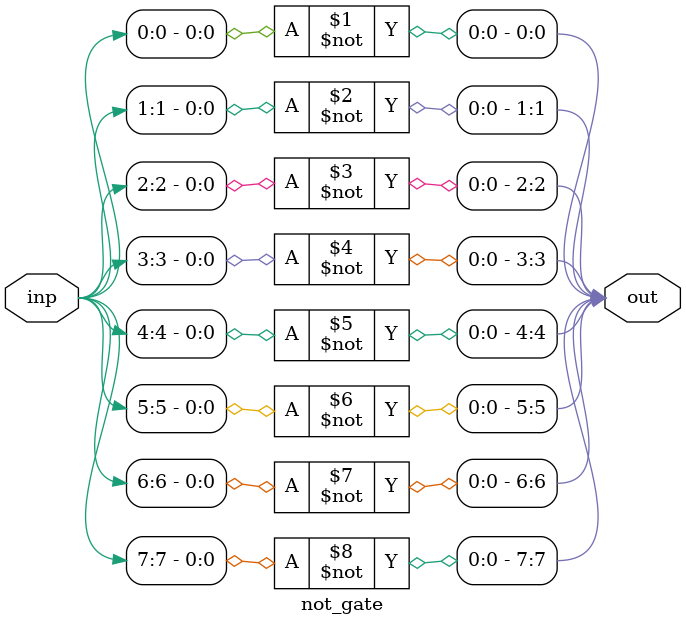
<source format=v>
module not_gate (
    input [7:0] inp,
    output [7:0] out
);
    not not0 (out[0], inp[0]);
    not not1 (out[1], inp[1]);
    not not2 (out[2], inp[2]);
    not not3 (out[3], inp[3]);
    not not4 (out[4], inp[4]);
    not not5 (out[5], inp[5]);
    not not6 (out[6], inp[6]);
    not not7 (out[7], inp[7]);

endmodule
</source>
